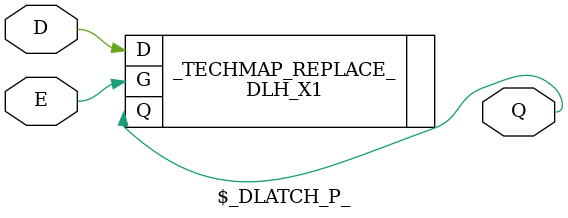
<source format=v>

module $_DLATCH_P_ (input E, input D, output Q);
DLH_X1 _TECHMAP_REPLACE_ (
.G(E),
.D(D),
.Q(Q)
);
endmodule

</source>
